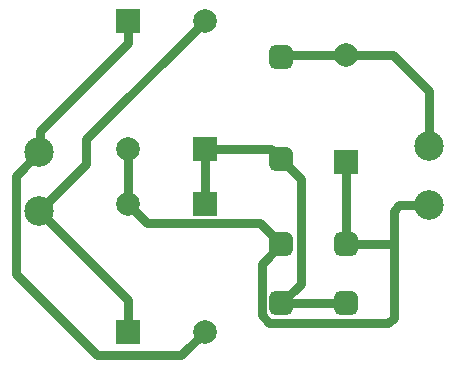
<source format=gbl>
G04*
G04 #@! TF.GenerationSoftware,Altium Limited,Altium Designer,20.1.11 (218)*
G04*
G04 Layer_Physical_Order=2*
G04 Layer_Color=16711680*
%FSLAX44Y44*%
%MOMM*%
G71*
G04*
G04 #@! TF.SameCoordinates,52E19962-F042-4FA9-9346-938E66852794*
G04*
G04*
G04 #@! TF.FilePolarity,Positive*
G04*
G01*
G75*
%ADD10C,0.8000*%
%ADD11C,2.5000*%
%ADD12R,2.0000X2.0000*%
%ADD13C,2.0000*%
G04:AMPARAMS|DCode=14|XSize=2mm|YSize=2mm|CornerRadius=0.5mm|HoleSize=0mm|Usage=FLASHONLY|Rotation=90.000|XOffset=0mm|YOffset=0mm|HoleType=Round|Shape=RoundedRectangle|*
%AMROUNDEDRECTD14*
21,1,2.0000,1.0000,0,0,90.0*
21,1,1.0000,2.0000,0,0,90.0*
1,1,1.0000,0.5000,0.5000*
1,1,1.0000,0.5000,-0.5000*
1,1,1.0000,-0.5000,-0.5000*
1,1,1.0000,-0.5000,0.5000*
%
%ADD14ROUNDEDRECTD14*%
D10*
X251200Y190620D02*
X276540Y165280D01*
Y76540D02*
Y165280D01*
X260000Y60000D02*
X276540Y76540D01*
X260000Y268180D02*
X261820Y270000D01*
X315000D02*
X315000Y270000D01*
X261820Y270000D02*
X315000D01*
X35000Y84920D02*
X104156Y15764D01*
X35000Y167850D02*
X55749Y188599D01*
X35000Y84920D02*
Y167850D01*
X130000Y280000D02*
Y299380D01*
X55749Y188599D02*
Y205749D01*
X130000Y280000D01*
X95000Y199380D02*
X195000Y299380D01*
X55000Y137850D02*
X95000Y177850D01*
Y199380D01*
X359686Y142850D02*
X385000D01*
X355000Y138164D02*
X359686Y142850D01*
X355000Y110000D02*
Y138164D01*
X315000Y110000D02*
X355000D01*
X355000Y47882D02*
Y110000D01*
X355000Y110000D02*
X355000Y110000D01*
X315000Y110000D02*
Y180000D01*
X350314Y43196D02*
X355000Y47882D01*
X249952Y43196D02*
X350314D01*
X195000Y190620D02*
X251200D01*
X130000Y144380D02*
X146602Y127778D01*
X242222D01*
X260000Y110000D01*
X385000Y192850D02*
Y239600D01*
X354600Y270000D02*
X385000Y239600D01*
X315000Y270000D02*
X354600D01*
X243348Y49800D02*
X249952Y43196D01*
X243348Y49800D02*
Y93348D01*
X260000Y110000D01*
X175144Y15764D02*
X195000Y35620D01*
X104156Y15764D02*
X175144D01*
X130000Y35620D02*
Y62850D01*
X55000Y137850D02*
X130000Y62850D01*
X260000Y60000D02*
X315000D01*
X195000Y144380D02*
Y190620D01*
X130000Y144380D02*
Y190620D01*
D11*
X385000Y142850D02*
D03*
Y192850D02*
D03*
X55000Y137850D02*
D03*
Y187850D02*
D03*
D12*
X195000Y144380D02*
D03*
Y190620D02*
D03*
X315000Y180000D02*
D03*
X130000Y299380D02*
D03*
Y35620D02*
D03*
D13*
X195000D02*
D03*
Y299380D02*
D03*
X315000Y270000D02*
D03*
X130000Y190620D02*
D03*
Y144380D02*
D03*
D14*
X260000Y181820D02*
D03*
Y268180D02*
D03*
X315000Y110000D02*
D03*
Y60000D02*
D03*
X260000Y110000D02*
D03*
Y60000D02*
D03*
M02*

</source>
